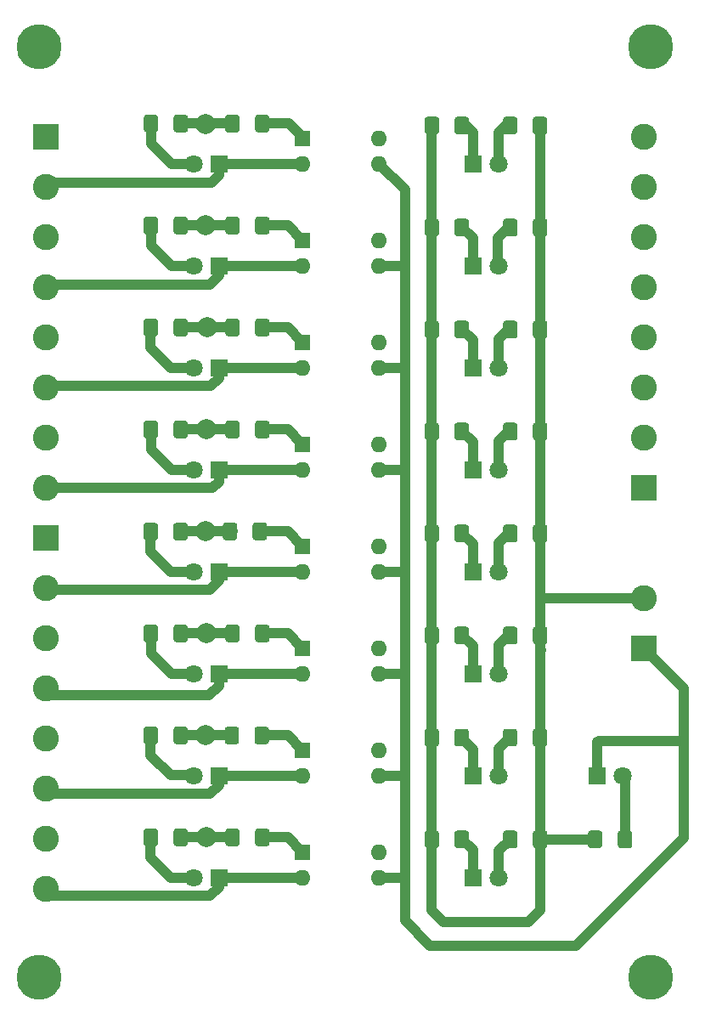
<source format=gbr>
%TF.GenerationSoftware,KiCad,Pcbnew,(5.1.7)-1*%
%TF.CreationDate,2020-10-26T19:11:08+02:00*%
%TF.ProjectId,Opto-Board,4f70746f-2d42-46f6-9172-642e6b696361,rev?*%
%TF.SameCoordinates,Original*%
%TF.FileFunction,Copper,L1,Top*%
%TF.FilePolarity,Positive*%
%FSLAX46Y46*%
G04 Gerber Fmt 4.6, Leading zero omitted, Abs format (unit mm)*
G04 Created by KiCad (PCBNEW (5.1.7)-1) date 2020-10-26 19:11:08*
%MOMM*%
%LPD*%
G01*
G04 APERTURE LIST*
%TA.AperFunction,ComponentPad*%
%ADD10C,1.800000*%
%TD*%
%TA.AperFunction,ComponentPad*%
%ADD11R,1.800000X1.800000*%
%TD*%
%TA.AperFunction,ComponentPad*%
%ADD12O,1.600000X1.600000*%
%TD*%
%TA.AperFunction,ComponentPad*%
%ADD13R,1.600000X1.600000*%
%TD*%
%TA.AperFunction,ComponentPad*%
%ADD14R,2.600000X2.600000*%
%TD*%
%TA.AperFunction,ComponentPad*%
%ADD15C,2.600000*%
%TD*%
%TA.AperFunction,ViaPad*%
%ADD16C,4.500000*%
%TD*%
%TA.AperFunction,ViaPad*%
%ADD17C,2.000000*%
%TD*%
%TA.AperFunction,Conductor*%
%ADD18C,1.000000*%
%TD*%
G04 APERTURE END LIST*
D10*
%TO.P,D1,2*%
%TO.N,Net-(D1-Pad2)*%
X115316000Y-138684000D03*
D11*
%TO.P,D1,1*%
%TO.N,GND2*%
X112776000Y-138684000D03*
%TD*%
%TO.P,D2,1*%
%TO.N,IN1-*%
X75057000Y-148844000D03*
D10*
%TO.P,D2,2*%
%TO.N,Net-(D2-Pad2)*%
X72517000Y-148844000D03*
%TD*%
%TO.P,D3,2*%
%TO.N,Net-(D3-Pad2)*%
X72517000Y-108204000D03*
D11*
%TO.P,D3,1*%
%TO.N,IN5-*%
X75057000Y-108204000D03*
%TD*%
%TO.P,D4,1*%
%TO.N,OUT1*%
X100393500Y-148844000D03*
D10*
%TO.P,D4,2*%
%TO.N,Net-(D4-Pad2)*%
X102933500Y-148844000D03*
%TD*%
D11*
%TO.P,D5,1*%
%TO.N,OUT5*%
X100393500Y-108204000D03*
D10*
%TO.P,D5,2*%
%TO.N,Net-(D5-Pad2)*%
X102933500Y-108204000D03*
%TD*%
%TO.P,D6,2*%
%TO.N,Net-(D6-Pad2)*%
X72517000Y-138684000D03*
D11*
%TO.P,D6,1*%
%TO.N,IN2-*%
X75057000Y-138684000D03*
%TD*%
%TO.P,D7,1*%
%TO.N,IN6-*%
X75057000Y-98044000D03*
D10*
%TO.P,D7,2*%
%TO.N,Net-(D7-Pad2)*%
X72517000Y-98044000D03*
%TD*%
%TO.P,D8,2*%
%TO.N,Net-(D8-Pad2)*%
X102933500Y-138684000D03*
D11*
%TO.P,D8,1*%
%TO.N,OUT2*%
X100393500Y-138684000D03*
%TD*%
%TO.P,D9,1*%
%TO.N,OUT6*%
X100393500Y-98044000D03*
D10*
%TO.P,D9,2*%
%TO.N,Net-(D9-Pad2)*%
X102933500Y-98044000D03*
%TD*%
D11*
%TO.P,D10,1*%
%TO.N,IN3-*%
X75057000Y-128524000D03*
D10*
%TO.P,D10,2*%
%TO.N,Net-(D10-Pad2)*%
X72517000Y-128524000D03*
%TD*%
D11*
%TO.P,D11,1*%
%TO.N,IN7-*%
X75057000Y-87884000D03*
D10*
%TO.P,D11,2*%
%TO.N,Net-(D11-Pad2)*%
X72517000Y-87884000D03*
%TD*%
%TO.P,D12,2*%
%TO.N,Net-(D12-Pad2)*%
X102933500Y-128524000D03*
D11*
%TO.P,D12,1*%
%TO.N,OUT3*%
X100393500Y-128524000D03*
%TD*%
%TO.P,D13,1*%
%TO.N,OUT7*%
X100393500Y-87884000D03*
D10*
%TO.P,D13,2*%
%TO.N,Net-(D13-Pad2)*%
X102933500Y-87884000D03*
%TD*%
D11*
%TO.P,D14,1*%
%TO.N,IN4-*%
X75057000Y-118364000D03*
D10*
%TO.P,D14,2*%
%TO.N,Net-(D14-Pad2)*%
X72517000Y-118364000D03*
%TD*%
%TO.P,D15,2*%
%TO.N,Net-(D15-Pad2)*%
X72517000Y-77724000D03*
D11*
%TO.P,D15,1*%
%TO.N,IN8-*%
X75057000Y-77724000D03*
%TD*%
D10*
%TO.P,D16,2*%
%TO.N,Net-(D16-Pad2)*%
X102933500Y-118364000D03*
D11*
%TO.P,D16,1*%
%TO.N,OUT4*%
X100393500Y-118364000D03*
%TD*%
D10*
%TO.P,D17,2*%
%TO.N,Net-(D17-Pad2)*%
X102933500Y-77724000D03*
D11*
%TO.P,D17,1*%
%TO.N,OUT8*%
X100393500Y-77724000D03*
%TD*%
%TO.P,R1,1*%
%TO.N,Net-(D1-Pad2)*%
%TA.AperFunction,SMDPad,CuDef*%
G36*
G01*
X116234900Y-144409000D02*
X116234900Y-145659000D01*
G75*
G02*
X115984900Y-145909000I-250000J0D01*
G01*
X115059900Y-145909000D01*
G75*
G02*
X114809900Y-145659000I0J250000D01*
G01*
X114809900Y-144409000D01*
G75*
G02*
X115059900Y-144159000I250000J0D01*
G01*
X115984900Y-144159000D01*
G75*
G02*
X116234900Y-144409000I0J-250000D01*
G01*
G37*
%TD.AperFunction*%
%TO.P,R1,2*%
%TO.N,VCC*%
%TA.AperFunction,SMDPad,CuDef*%
G36*
G01*
X113259900Y-144409000D02*
X113259900Y-145659000D01*
G75*
G02*
X113009900Y-145909000I-250000J0D01*
G01*
X112084900Y-145909000D01*
G75*
G02*
X111834900Y-145659000I0J250000D01*
G01*
X111834900Y-144409000D01*
G75*
G02*
X112084900Y-144159000I250000J0D01*
G01*
X113009900Y-144159000D01*
G75*
G02*
X113259900Y-144409000I0J-250000D01*
G01*
G37*
%TD.AperFunction*%
%TD*%
%TO.P,R2,2*%
%TO.N,IN1+*%
%TA.AperFunction,SMDPad,CuDef*%
G36*
G01*
X70525000Y-145468500D02*
X70525000Y-144218500D01*
G75*
G02*
X70775000Y-143968500I250000J0D01*
G01*
X71700000Y-143968500D01*
G75*
G02*
X71950000Y-144218500I0J-250000D01*
G01*
X71950000Y-145468500D01*
G75*
G02*
X71700000Y-145718500I-250000J0D01*
G01*
X70775000Y-145718500D01*
G75*
G02*
X70525000Y-145468500I0J250000D01*
G01*
G37*
%TD.AperFunction*%
%TO.P,R2,1*%
%TO.N,Net-(D2-Pad2)*%
%TA.AperFunction,SMDPad,CuDef*%
G36*
G01*
X67550000Y-145468500D02*
X67550000Y-144218500D01*
G75*
G02*
X67800000Y-143968500I250000J0D01*
G01*
X68725000Y-143968500D01*
G75*
G02*
X68975000Y-144218500I0J-250000D01*
G01*
X68975000Y-145468500D01*
G75*
G02*
X68725000Y-145718500I-250000J0D01*
G01*
X67800000Y-145718500D01*
G75*
G02*
X67550000Y-145468500I0J250000D01*
G01*
G37*
%TD.AperFunction*%
%TD*%
%TO.P,R3,2*%
%TO.N,IN5+*%
%TA.AperFunction,SMDPad,CuDef*%
G36*
G01*
X70525000Y-104828500D02*
X70525000Y-103578500D01*
G75*
G02*
X70775000Y-103328500I250000J0D01*
G01*
X71700000Y-103328500D01*
G75*
G02*
X71950000Y-103578500I0J-250000D01*
G01*
X71950000Y-104828500D01*
G75*
G02*
X71700000Y-105078500I-250000J0D01*
G01*
X70775000Y-105078500D01*
G75*
G02*
X70525000Y-104828500I0J250000D01*
G01*
G37*
%TD.AperFunction*%
%TO.P,R3,1*%
%TO.N,Net-(D3-Pad2)*%
%TA.AperFunction,SMDPad,CuDef*%
G36*
G01*
X67550000Y-104828500D02*
X67550000Y-103578500D01*
G75*
G02*
X67800000Y-103328500I250000J0D01*
G01*
X68725000Y-103328500D01*
G75*
G02*
X68975000Y-103578500I0J-250000D01*
G01*
X68975000Y-104828500D01*
G75*
G02*
X68725000Y-105078500I-250000J0D01*
G01*
X67800000Y-105078500D01*
G75*
G02*
X67550000Y-104828500I0J250000D01*
G01*
G37*
%TD.AperFunction*%
%TD*%
%TO.P,R4,2*%
%TO.N,IN1+*%
%TA.AperFunction,SMDPad,CuDef*%
G36*
G01*
X77112500Y-144218500D02*
X77112500Y-145468500D01*
G75*
G02*
X76862500Y-145718500I-250000J0D01*
G01*
X75937500Y-145718500D01*
G75*
G02*
X75687500Y-145468500I0J250000D01*
G01*
X75687500Y-144218500D01*
G75*
G02*
X75937500Y-143968500I250000J0D01*
G01*
X76862500Y-143968500D01*
G75*
G02*
X77112500Y-144218500I0J-250000D01*
G01*
G37*
%TD.AperFunction*%
%TO.P,R4,1*%
%TO.N,Net-(R4-Pad1)*%
%TA.AperFunction,SMDPad,CuDef*%
G36*
G01*
X80087500Y-144218500D02*
X80087500Y-145468500D01*
G75*
G02*
X79837500Y-145718500I-250000J0D01*
G01*
X78912500Y-145718500D01*
G75*
G02*
X78662500Y-145468500I0J250000D01*
G01*
X78662500Y-144218500D01*
G75*
G02*
X78912500Y-143968500I250000J0D01*
G01*
X79837500Y-143968500D01*
G75*
G02*
X80087500Y-144218500I0J-250000D01*
G01*
G37*
%TD.AperFunction*%
%TD*%
%TO.P,R5,1*%
%TO.N,Net-(R5-Pad1)*%
%TA.AperFunction,SMDPad,CuDef*%
G36*
G01*
X80087500Y-103578500D02*
X80087500Y-104828500D01*
G75*
G02*
X79837500Y-105078500I-250000J0D01*
G01*
X78912500Y-105078500D01*
G75*
G02*
X78662500Y-104828500I0J250000D01*
G01*
X78662500Y-103578500D01*
G75*
G02*
X78912500Y-103328500I250000J0D01*
G01*
X79837500Y-103328500D01*
G75*
G02*
X80087500Y-103578500I0J-250000D01*
G01*
G37*
%TD.AperFunction*%
%TO.P,R5,2*%
%TO.N,IN5+*%
%TA.AperFunction,SMDPad,CuDef*%
G36*
G01*
X77112500Y-103578500D02*
X77112500Y-104828500D01*
G75*
G02*
X76862500Y-105078500I-250000J0D01*
G01*
X75937500Y-105078500D01*
G75*
G02*
X75687500Y-104828500I0J250000D01*
G01*
X75687500Y-103578500D01*
G75*
G02*
X75937500Y-103328500I250000J0D01*
G01*
X76862500Y-103328500D01*
G75*
G02*
X77112500Y-103578500I0J-250000D01*
G01*
G37*
%TD.AperFunction*%
%TD*%
%TO.P,R6,2*%
%TO.N,VCC*%
%TA.AperFunction,SMDPad,CuDef*%
G36*
G01*
X96978500Y-144409000D02*
X96978500Y-145659000D01*
G75*
G02*
X96728500Y-145909000I-250000J0D01*
G01*
X95803500Y-145909000D01*
G75*
G02*
X95553500Y-145659000I0J250000D01*
G01*
X95553500Y-144409000D01*
G75*
G02*
X95803500Y-144159000I250000J0D01*
G01*
X96728500Y-144159000D01*
G75*
G02*
X96978500Y-144409000I0J-250000D01*
G01*
G37*
%TD.AperFunction*%
%TO.P,R6,1*%
%TO.N,OUT1*%
%TA.AperFunction,SMDPad,CuDef*%
G36*
G01*
X99953500Y-144409000D02*
X99953500Y-145659000D01*
G75*
G02*
X99703500Y-145909000I-250000J0D01*
G01*
X98778500Y-145909000D01*
G75*
G02*
X98528500Y-145659000I0J250000D01*
G01*
X98528500Y-144409000D01*
G75*
G02*
X98778500Y-144159000I250000J0D01*
G01*
X99703500Y-144159000D01*
G75*
G02*
X99953500Y-144409000I0J-250000D01*
G01*
G37*
%TD.AperFunction*%
%TD*%
%TO.P,R7,1*%
%TO.N,OUT5*%
%TA.AperFunction,SMDPad,CuDef*%
G36*
G01*
X99953500Y-103769000D02*
X99953500Y-105019000D01*
G75*
G02*
X99703500Y-105269000I-250000J0D01*
G01*
X98778500Y-105269000D01*
G75*
G02*
X98528500Y-105019000I0J250000D01*
G01*
X98528500Y-103769000D01*
G75*
G02*
X98778500Y-103519000I250000J0D01*
G01*
X99703500Y-103519000D01*
G75*
G02*
X99953500Y-103769000I0J-250000D01*
G01*
G37*
%TD.AperFunction*%
%TO.P,R7,2*%
%TO.N,VCC*%
%TA.AperFunction,SMDPad,CuDef*%
G36*
G01*
X96978500Y-103769000D02*
X96978500Y-105019000D01*
G75*
G02*
X96728500Y-105269000I-250000J0D01*
G01*
X95803500Y-105269000D01*
G75*
G02*
X95553500Y-105019000I0J250000D01*
G01*
X95553500Y-103769000D01*
G75*
G02*
X95803500Y-103519000I250000J0D01*
G01*
X96728500Y-103519000D01*
G75*
G02*
X96978500Y-103769000I0J-250000D01*
G01*
G37*
%TD.AperFunction*%
%TD*%
%TO.P,R8,2*%
%TO.N,VCC*%
%TA.AperFunction,SMDPad,CuDef*%
G36*
G01*
X106348500Y-145659000D02*
X106348500Y-144409000D01*
G75*
G02*
X106598500Y-144159000I250000J0D01*
G01*
X107523500Y-144159000D01*
G75*
G02*
X107773500Y-144409000I0J-250000D01*
G01*
X107773500Y-145659000D01*
G75*
G02*
X107523500Y-145909000I-250000J0D01*
G01*
X106598500Y-145909000D01*
G75*
G02*
X106348500Y-145659000I0J250000D01*
G01*
G37*
%TD.AperFunction*%
%TO.P,R8,1*%
%TO.N,Net-(D4-Pad2)*%
%TA.AperFunction,SMDPad,CuDef*%
G36*
G01*
X103373500Y-145659000D02*
X103373500Y-144409000D01*
G75*
G02*
X103623500Y-144159000I250000J0D01*
G01*
X104548500Y-144159000D01*
G75*
G02*
X104798500Y-144409000I0J-250000D01*
G01*
X104798500Y-145659000D01*
G75*
G02*
X104548500Y-145909000I-250000J0D01*
G01*
X103623500Y-145909000D01*
G75*
G02*
X103373500Y-145659000I0J250000D01*
G01*
G37*
%TD.AperFunction*%
%TD*%
%TO.P,R9,2*%
%TO.N,VCC*%
%TA.AperFunction,SMDPad,CuDef*%
G36*
G01*
X106348500Y-105019000D02*
X106348500Y-103769000D01*
G75*
G02*
X106598500Y-103519000I250000J0D01*
G01*
X107523500Y-103519000D01*
G75*
G02*
X107773500Y-103769000I0J-250000D01*
G01*
X107773500Y-105019000D01*
G75*
G02*
X107523500Y-105269000I-250000J0D01*
G01*
X106598500Y-105269000D01*
G75*
G02*
X106348500Y-105019000I0J250000D01*
G01*
G37*
%TD.AperFunction*%
%TO.P,R9,1*%
%TO.N,Net-(D5-Pad2)*%
%TA.AperFunction,SMDPad,CuDef*%
G36*
G01*
X103373500Y-105019000D02*
X103373500Y-103769000D01*
G75*
G02*
X103623500Y-103519000I250000J0D01*
G01*
X104548500Y-103519000D01*
G75*
G02*
X104798500Y-103769000I0J-250000D01*
G01*
X104798500Y-105019000D01*
G75*
G02*
X104548500Y-105269000I-250000J0D01*
G01*
X103623500Y-105269000D01*
G75*
G02*
X103373500Y-105019000I0J250000D01*
G01*
G37*
%TD.AperFunction*%
%TD*%
%TO.P,R10,1*%
%TO.N,Net-(D6-Pad2)*%
%TA.AperFunction,SMDPad,CuDef*%
G36*
G01*
X67550000Y-135308500D02*
X67550000Y-134058500D01*
G75*
G02*
X67800000Y-133808500I250000J0D01*
G01*
X68725000Y-133808500D01*
G75*
G02*
X68975000Y-134058500I0J-250000D01*
G01*
X68975000Y-135308500D01*
G75*
G02*
X68725000Y-135558500I-250000J0D01*
G01*
X67800000Y-135558500D01*
G75*
G02*
X67550000Y-135308500I0J250000D01*
G01*
G37*
%TD.AperFunction*%
%TO.P,R10,2*%
%TO.N,IN2+*%
%TA.AperFunction,SMDPad,CuDef*%
G36*
G01*
X70525000Y-135308500D02*
X70525000Y-134058500D01*
G75*
G02*
X70775000Y-133808500I250000J0D01*
G01*
X71700000Y-133808500D01*
G75*
G02*
X71950000Y-134058500I0J-250000D01*
G01*
X71950000Y-135308500D01*
G75*
G02*
X71700000Y-135558500I-250000J0D01*
G01*
X70775000Y-135558500D01*
G75*
G02*
X70525000Y-135308500I0J250000D01*
G01*
G37*
%TD.AperFunction*%
%TD*%
%TO.P,R11,2*%
%TO.N,IN6+*%
%TA.AperFunction,SMDPad,CuDef*%
G36*
G01*
X70525000Y-94668500D02*
X70525000Y-93418500D01*
G75*
G02*
X70775000Y-93168500I250000J0D01*
G01*
X71700000Y-93168500D01*
G75*
G02*
X71950000Y-93418500I0J-250000D01*
G01*
X71950000Y-94668500D01*
G75*
G02*
X71700000Y-94918500I-250000J0D01*
G01*
X70775000Y-94918500D01*
G75*
G02*
X70525000Y-94668500I0J250000D01*
G01*
G37*
%TD.AperFunction*%
%TO.P,R11,1*%
%TO.N,Net-(D7-Pad2)*%
%TA.AperFunction,SMDPad,CuDef*%
G36*
G01*
X67550000Y-94668500D02*
X67550000Y-93418500D01*
G75*
G02*
X67800000Y-93168500I250000J0D01*
G01*
X68725000Y-93168500D01*
G75*
G02*
X68975000Y-93418500I0J-250000D01*
G01*
X68975000Y-94668500D01*
G75*
G02*
X68725000Y-94918500I-250000J0D01*
G01*
X67800000Y-94918500D01*
G75*
G02*
X67550000Y-94668500I0J250000D01*
G01*
G37*
%TD.AperFunction*%
%TD*%
%TO.P,R12,2*%
%TO.N,IN2+*%
%TA.AperFunction,SMDPad,CuDef*%
G36*
G01*
X77049000Y-134058500D02*
X77049000Y-135308500D01*
G75*
G02*
X76799000Y-135558500I-250000J0D01*
G01*
X75874000Y-135558500D01*
G75*
G02*
X75624000Y-135308500I0J250000D01*
G01*
X75624000Y-134058500D01*
G75*
G02*
X75874000Y-133808500I250000J0D01*
G01*
X76799000Y-133808500D01*
G75*
G02*
X77049000Y-134058500I0J-250000D01*
G01*
G37*
%TD.AperFunction*%
%TO.P,R12,1*%
%TO.N,Net-(R12-Pad1)*%
%TA.AperFunction,SMDPad,CuDef*%
G36*
G01*
X80024000Y-134058500D02*
X80024000Y-135308500D01*
G75*
G02*
X79774000Y-135558500I-250000J0D01*
G01*
X78849000Y-135558500D01*
G75*
G02*
X78599000Y-135308500I0J250000D01*
G01*
X78599000Y-134058500D01*
G75*
G02*
X78849000Y-133808500I250000J0D01*
G01*
X79774000Y-133808500D01*
G75*
G02*
X80024000Y-134058500I0J-250000D01*
G01*
G37*
%TD.AperFunction*%
%TD*%
%TO.P,R13,1*%
%TO.N,Net-(R13-Pad1)*%
%TA.AperFunction,SMDPad,CuDef*%
G36*
G01*
X80087500Y-93418500D02*
X80087500Y-94668500D01*
G75*
G02*
X79837500Y-94918500I-250000J0D01*
G01*
X78912500Y-94918500D01*
G75*
G02*
X78662500Y-94668500I0J250000D01*
G01*
X78662500Y-93418500D01*
G75*
G02*
X78912500Y-93168500I250000J0D01*
G01*
X79837500Y-93168500D01*
G75*
G02*
X80087500Y-93418500I0J-250000D01*
G01*
G37*
%TD.AperFunction*%
%TO.P,R13,2*%
%TO.N,IN6+*%
%TA.AperFunction,SMDPad,CuDef*%
G36*
G01*
X77112500Y-93418500D02*
X77112500Y-94668500D01*
G75*
G02*
X76862500Y-94918500I-250000J0D01*
G01*
X75937500Y-94918500D01*
G75*
G02*
X75687500Y-94668500I0J250000D01*
G01*
X75687500Y-93418500D01*
G75*
G02*
X75937500Y-93168500I250000J0D01*
G01*
X76862500Y-93168500D01*
G75*
G02*
X77112500Y-93418500I0J-250000D01*
G01*
G37*
%TD.AperFunction*%
%TD*%
%TO.P,R14,1*%
%TO.N,OUT2*%
%TA.AperFunction,SMDPad,CuDef*%
G36*
G01*
X99950300Y-134274400D02*
X99950300Y-135524400D01*
G75*
G02*
X99700300Y-135774400I-250000J0D01*
G01*
X98775300Y-135774400D01*
G75*
G02*
X98525300Y-135524400I0J250000D01*
G01*
X98525300Y-134274400D01*
G75*
G02*
X98775300Y-134024400I250000J0D01*
G01*
X99700300Y-134024400D01*
G75*
G02*
X99950300Y-134274400I0J-250000D01*
G01*
G37*
%TD.AperFunction*%
%TO.P,R14,2*%
%TO.N,VCC*%
%TA.AperFunction,SMDPad,CuDef*%
G36*
G01*
X96975300Y-134274400D02*
X96975300Y-135524400D01*
G75*
G02*
X96725300Y-135774400I-250000J0D01*
G01*
X95800300Y-135774400D01*
G75*
G02*
X95550300Y-135524400I0J250000D01*
G01*
X95550300Y-134274400D01*
G75*
G02*
X95800300Y-134024400I250000J0D01*
G01*
X96725300Y-134024400D01*
G75*
G02*
X96975300Y-134274400I0J-250000D01*
G01*
G37*
%TD.AperFunction*%
%TD*%
%TO.P,R15,1*%
%TO.N,OUT6*%
%TA.AperFunction,SMDPad,CuDef*%
G36*
G01*
X99953500Y-93609000D02*
X99953500Y-94859000D01*
G75*
G02*
X99703500Y-95109000I-250000J0D01*
G01*
X98778500Y-95109000D01*
G75*
G02*
X98528500Y-94859000I0J250000D01*
G01*
X98528500Y-93609000D01*
G75*
G02*
X98778500Y-93359000I250000J0D01*
G01*
X99703500Y-93359000D01*
G75*
G02*
X99953500Y-93609000I0J-250000D01*
G01*
G37*
%TD.AperFunction*%
%TO.P,R15,2*%
%TO.N,VCC*%
%TA.AperFunction,SMDPad,CuDef*%
G36*
G01*
X96978500Y-93609000D02*
X96978500Y-94859000D01*
G75*
G02*
X96728500Y-95109000I-250000J0D01*
G01*
X95803500Y-95109000D01*
G75*
G02*
X95553500Y-94859000I0J250000D01*
G01*
X95553500Y-93609000D01*
G75*
G02*
X95803500Y-93359000I250000J0D01*
G01*
X96728500Y-93359000D01*
G75*
G02*
X96978500Y-93609000I0J-250000D01*
G01*
G37*
%TD.AperFunction*%
%TD*%
%TO.P,R16,2*%
%TO.N,VCC*%
%TA.AperFunction,SMDPad,CuDef*%
G36*
G01*
X106326300Y-135524400D02*
X106326300Y-134274400D01*
G75*
G02*
X106576300Y-134024400I250000J0D01*
G01*
X107501300Y-134024400D01*
G75*
G02*
X107751300Y-134274400I0J-250000D01*
G01*
X107751300Y-135524400D01*
G75*
G02*
X107501300Y-135774400I-250000J0D01*
G01*
X106576300Y-135774400D01*
G75*
G02*
X106326300Y-135524400I0J250000D01*
G01*
G37*
%TD.AperFunction*%
%TO.P,R16,1*%
%TO.N,Net-(D8-Pad2)*%
%TA.AperFunction,SMDPad,CuDef*%
G36*
G01*
X103351300Y-135524400D02*
X103351300Y-134274400D01*
G75*
G02*
X103601300Y-134024400I250000J0D01*
G01*
X104526300Y-134024400D01*
G75*
G02*
X104776300Y-134274400I0J-250000D01*
G01*
X104776300Y-135524400D01*
G75*
G02*
X104526300Y-135774400I-250000J0D01*
G01*
X103601300Y-135774400D01*
G75*
G02*
X103351300Y-135524400I0J250000D01*
G01*
G37*
%TD.AperFunction*%
%TD*%
%TO.P,R17,1*%
%TO.N,Net-(D9-Pad2)*%
%TA.AperFunction,SMDPad,CuDef*%
G36*
G01*
X103373500Y-94859000D02*
X103373500Y-93609000D01*
G75*
G02*
X103623500Y-93359000I250000J0D01*
G01*
X104548500Y-93359000D01*
G75*
G02*
X104798500Y-93609000I0J-250000D01*
G01*
X104798500Y-94859000D01*
G75*
G02*
X104548500Y-95109000I-250000J0D01*
G01*
X103623500Y-95109000D01*
G75*
G02*
X103373500Y-94859000I0J250000D01*
G01*
G37*
%TD.AperFunction*%
%TO.P,R17,2*%
%TO.N,VCC*%
%TA.AperFunction,SMDPad,CuDef*%
G36*
G01*
X106348500Y-94859000D02*
X106348500Y-93609000D01*
G75*
G02*
X106598500Y-93359000I250000J0D01*
G01*
X107523500Y-93359000D01*
G75*
G02*
X107773500Y-93609000I0J-250000D01*
G01*
X107773500Y-94859000D01*
G75*
G02*
X107523500Y-95109000I-250000J0D01*
G01*
X106598500Y-95109000D01*
G75*
G02*
X106348500Y-94859000I0J250000D01*
G01*
G37*
%TD.AperFunction*%
%TD*%
%TO.P,R18,1*%
%TO.N,Net-(D10-Pad2)*%
%TA.AperFunction,SMDPad,CuDef*%
G36*
G01*
X67550000Y-125148500D02*
X67550000Y-123898500D01*
G75*
G02*
X67800000Y-123648500I250000J0D01*
G01*
X68725000Y-123648500D01*
G75*
G02*
X68975000Y-123898500I0J-250000D01*
G01*
X68975000Y-125148500D01*
G75*
G02*
X68725000Y-125398500I-250000J0D01*
G01*
X67800000Y-125398500D01*
G75*
G02*
X67550000Y-125148500I0J250000D01*
G01*
G37*
%TD.AperFunction*%
%TO.P,R18,2*%
%TO.N,IN3+*%
%TA.AperFunction,SMDPad,CuDef*%
G36*
G01*
X70525000Y-125148500D02*
X70525000Y-123898500D01*
G75*
G02*
X70775000Y-123648500I250000J0D01*
G01*
X71700000Y-123648500D01*
G75*
G02*
X71950000Y-123898500I0J-250000D01*
G01*
X71950000Y-125148500D01*
G75*
G02*
X71700000Y-125398500I-250000J0D01*
G01*
X70775000Y-125398500D01*
G75*
G02*
X70525000Y-125148500I0J250000D01*
G01*
G37*
%TD.AperFunction*%
%TD*%
%TO.P,R19,2*%
%TO.N,IN7+*%
%TA.AperFunction,SMDPad,CuDef*%
G36*
G01*
X70525000Y-84508500D02*
X70525000Y-83258500D01*
G75*
G02*
X70775000Y-83008500I250000J0D01*
G01*
X71700000Y-83008500D01*
G75*
G02*
X71950000Y-83258500I0J-250000D01*
G01*
X71950000Y-84508500D01*
G75*
G02*
X71700000Y-84758500I-250000J0D01*
G01*
X70775000Y-84758500D01*
G75*
G02*
X70525000Y-84508500I0J250000D01*
G01*
G37*
%TD.AperFunction*%
%TO.P,R19,1*%
%TO.N,Net-(D11-Pad2)*%
%TA.AperFunction,SMDPad,CuDef*%
G36*
G01*
X67550000Y-84508500D02*
X67550000Y-83258500D01*
G75*
G02*
X67800000Y-83008500I250000J0D01*
G01*
X68725000Y-83008500D01*
G75*
G02*
X68975000Y-83258500I0J-250000D01*
G01*
X68975000Y-84508500D01*
G75*
G02*
X68725000Y-84758500I-250000J0D01*
G01*
X67800000Y-84758500D01*
G75*
G02*
X67550000Y-84508500I0J250000D01*
G01*
G37*
%TD.AperFunction*%
%TD*%
%TO.P,R20,1*%
%TO.N,Net-(R20-Pad1)*%
%TA.AperFunction,SMDPad,CuDef*%
G36*
G01*
X80087500Y-123898500D02*
X80087500Y-125148500D01*
G75*
G02*
X79837500Y-125398500I-250000J0D01*
G01*
X78912500Y-125398500D01*
G75*
G02*
X78662500Y-125148500I0J250000D01*
G01*
X78662500Y-123898500D01*
G75*
G02*
X78912500Y-123648500I250000J0D01*
G01*
X79837500Y-123648500D01*
G75*
G02*
X80087500Y-123898500I0J-250000D01*
G01*
G37*
%TD.AperFunction*%
%TO.P,R20,2*%
%TO.N,IN3+*%
%TA.AperFunction,SMDPad,CuDef*%
G36*
G01*
X77112500Y-123898500D02*
X77112500Y-125148500D01*
G75*
G02*
X76862500Y-125398500I-250000J0D01*
G01*
X75937500Y-125398500D01*
G75*
G02*
X75687500Y-125148500I0J250000D01*
G01*
X75687500Y-123898500D01*
G75*
G02*
X75937500Y-123648500I250000J0D01*
G01*
X76862500Y-123648500D01*
G75*
G02*
X77112500Y-123898500I0J-250000D01*
G01*
G37*
%TD.AperFunction*%
%TD*%
%TO.P,R21,1*%
%TO.N,Net-(R21-Pad1)*%
%TA.AperFunction,SMDPad,CuDef*%
G36*
G01*
X80087500Y-83258500D02*
X80087500Y-84508500D01*
G75*
G02*
X79837500Y-84758500I-250000J0D01*
G01*
X78912500Y-84758500D01*
G75*
G02*
X78662500Y-84508500I0J250000D01*
G01*
X78662500Y-83258500D01*
G75*
G02*
X78912500Y-83008500I250000J0D01*
G01*
X79837500Y-83008500D01*
G75*
G02*
X80087500Y-83258500I0J-250000D01*
G01*
G37*
%TD.AperFunction*%
%TO.P,R21,2*%
%TO.N,IN7+*%
%TA.AperFunction,SMDPad,CuDef*%
G36*
G01*
X77112500Y-83258500D02*
X77112500Y-84508500D01*
G75*
G02*
X76862500Y-84758500I-250000J0D01*
G01*
X75937500Y-84758500D01*
G75*
G02*
X75687500Y-84508500I0J250000D01*
G01*
X75687500Y-83258500D01*
G75*
G02*
X75937500Y-83008500I250000J0D01*
G01*
X76862500Y-83008500D01*
G75*
G02*
X77112500Y-83258500I0J-250000D01*
G01*
G37*
%TD.AperFunction*%
%TD*%
%TO.P,R22,1*%
%TO.N,OUT3*%
%TA.AperFunction,SMDPad,CuDef*%
G36*
G01*
X99953500Y-124089000D02*
X99953500Y-125339000D01*
G75*
G02*
X99703500Y-125589000I-250000J0D01*
G01*
X98778500Y-125589000D01*
G75*
G02*
X98528500Y-125339000I0J250000D01*
G01*
X98528500Y-124089000D01*
G75*
G02*
X98778500Y-123839000I250000J0D01*
G01*
X99703500Y-123839000D01*
G75*
G02*
X99953500Y-124089000I0J-250000D01*
G01*
G37*
%TD.AperFunction*%
%TO.P,R22,2*%
%TO.N,VCC*%
%TA.AperFunction,SMDPad,CuDef*%
G36*
G01*
X96978500Y-124089000D02*
X96978500Y-125339000D01*
G75*
G02*
X96728500Y-125589000I-250000J0D01*
G01*
X95803500Y-125589000D01*
G75*
G02*
X95553500Y-125339000I0J250000D01*
G01*
X95553500Y-124089000D01*
G75*
G02*
X95803500Y-123839000I250000J0D01*
G01*
X96728500Y-123839000D01*
G75*
G02*
X96978500Y-124089000I0J-250000D01*
G01*
G37*
%TD.AperFunction*%
%TD*%
%TO.P,R23,1*%
%TO.N,OUT7*%
%TA.AperFunction,SMDPad,CuDef*%
G36*
G01*
X99953500Y-83449000D02*
X99953500Y-84699000D01*
G75*
G02*
X99703500Y-84949000I-250000J0D01*
G01*
X98778500Y-84949000D01*
G75*
G02*
X98528500Y-84699000I0J250000D01*
G01*
X98528500Y-83449000D01*
G75*
G02*
X98778500Y-83199000I250000J0D01*
G01*
X99703500Y-83199000D01*
G75*
G02*
X99953500Y-83449000I0J-250000D01*
G01*
G37*
%TD.AperFunction*%
%TO.P,R23,2*%
%TO.N,VCC*%
%TA.AperFunction,SMDPad,CuDef*%
G36*
G01*
X96978500Y-83449000D02*
X96978500Y-84699000D01*
G75*
G02*
X96728500Y-84949000I-250000J0D01*
G01*
X95803500Y-84949000D01*
G75*
G02*
X95553500Y-84699000I0J250000D01*
G01*
X95553500Y-83449000D01*
G75*
G02*
X95803500Y-83199000I250000J0D01*
G01*
X96728500Y-83199000D01*
G75*
G02*
X96978500Y-83449000I0J-250000D01*
G01*
G37*
%TD.AperFunction*%
%TD*%
%TO.P,R24,2*%
%TO.N,VCC*%
%TA.AperFunction,SMDPad,CuDef*%
G36*
G01*
X106348500Y-125339000D02*
X106348500Y-124089000D01*
G75*
G02*
X106598500Y-123839000I250000J0D01*
G01*
X107523500Y-123839000D01*
G75*
G02*
X107773500Y-124089000I0J-250000D01*
G01*
X107773500Y-125339000D01*
G75*
G02*
X107523500Y-125589000I-250000J0D01*
G01*
X106598500Y-125589000D01*
G75*
G02*
X106348500Y-125339000I0J250000D01*
G01*
G37*
%TD.AperFunction*%
%TO.P,R24,1*%
%TO.N,Net-(D12-Pad2)*%
%TA.AperFunction,SMDPad,CuDef*%
G36*
G01*
X103373500Y-125339000D02*
X103373500Y-124089000D01*
G75*
G02*
X103623500Y-123839000I250000J0D01*
G01*
X104548500Y-123839000D01*
G75*
G02*
X104798500Y-124089000I0J-250000D01*
G01*
X104798500Y-125339000D01*
G75*
G02*
X104548500Y-125589000I-250000J0D01*
G01*
X103623500Y-125589000D01*
G75*
G02*
X103373500Y-125339000I0J250000D01*
G01*
G37*
%TD.AperFunction*%
%TD*%
%TO.P,R25,2*%
%TO.N,VCC*%
%TA.AperFunction,SMDPad,CuDef*%
G36*
G01*
X106348500Y-84699000D02*
X106348500Y-83449000D01*
G75*
G02*
X106598500Y-83199000I250000J0D01*
G01*
X107523500Y-83199000D01*
G75*
G02*
X107773500Y-83449000I0J-250000D01*
G01*
X107773500Y-84699000D01*
G75*
G02*
X107523500Y-84949000I-250000J0D01*
G01*
X106598500Y-84949000D01*
G75*
G02*
X106348500Y-84699000I0J250000D01*
G01*
G37*
%TD.AperFunction*%
%TO.P,R25,1*%
%TO.N,Net-(D13-Pad2)*%
%TA.AperFunction,SMDPad,CuDef*%
G36*
G01*
X103373500Y-84699000D02*
X103373500Y-83449000D01*
G75*
G02*
X103623500Y-83199000I250000J0D01*
G01*
X104548500Y-83199000D01*
G75*
G02*
X104798500Y-83449000I0J-250000D01*
G01*
X104798500Y-84699000D01*
G75*
G02*
X104548500Y-84949000I-250000J0D01*
G01*
X103623500Y-84949000D01*
G75*
G02*
X103373500Y-84699000I0J250000D01*
G01*
G37*
%TD.AperFunction*%
%TD*%
%TO.P,R26,2*%
%TO.N,IN4+*%
%TA.AperFunction,SMDPad,CuDef*%
G36*
G01*
X70509100Y-115001200D02*
X70509100Y-113751200D01*
G75*
G02*
X70759100Y-113501200I250000J0D01*
G01*
X71684100Y-113501200D01*
G75*
G02*
X71934100Y-113751200I0J-250000D01*
G01*
X71934100Y-115001200D01*
G75*
G02*
X71684100Y-115251200I-250000J0D01*
G01*
X70759100Y-115251200D01*
G75*
G02*
X70509100Y-115001200I0J250000D01*
G01*
G37*
%TD.AperFunction*%
%TO.P,R26,1*%
%TO.N,Net-(D14-Pad2)*%
%TA.AperFunction,SMDPad,CuDef*%
G36*
G01*
X67534100Y-115001200D02*
X67534100Y-113751200D01*
G75*
G02*
X67784100Y-113501200I250000J0D01*
G01*
X68709100Y-113501200D01*
G75*
G02*
X68959100Y-113751200I0J-250000D01*
G01*
X68959100Y-115001200D01*
G75*
G02*
X68709100Y-115251200I-250000J0D01*
G01*
X67784100Y-115251200D01*
G75*
G02*
X67534100Y-115001200I0J250000D01*
G01*
G37*
%TD.AperFunction*%
%TD*%
%TO.P,R27,2*%
%TO.N,IN8+*%
%TA.AperFunction,SMDPad,CuDef*%
G36*
G01*
X70534500Y-74348500D02*
X70534500Y-73098500D01*
G75*
G02*
X70784500Y-72848500I250000J0D01*
G01*
X71709500Y-72848500D01*
G75*
G02*
X71959500Y-73098500I0J-250000D01*
G01*
X71959500Y-74348500D01*
G75*
G02*
X71709500Y-74598500I-250000J0D01*
G01*
X70784500Y-74598500D01*
G75*
G02*
X70534500Y-74348500I0J250000D01*
G01*
G37*
%TD.AperFunction*%
%TO.P,R27,1*%
%TO.N,Net-(D15-Pad2)*%
%TA.AperFunction,SMDPad,CuDef*%
G36*
G01*
X67559500Y-74348500D02*
X67559500Y-73098500D01*
G75*
G02*
X67809500Y-72848500I250000J0D01*
G01*
X68734500Y-72848500D01*
G75*
G02*
X68984500Y-73098500I0J-250000D01*
G01*
X68984500Y-74348500D01*
G75*
G02*
X68734500Y-74598500I-250000J0D01*
G01*
X67809500Y-74598500D01*
G75*
G02*
X67559500Y-74348500I0J250000D01*
G01*
G37*
%TD.AperFunction*%
%TD*%
%TO.P,R28,1*%
%TO.N,Net-(R28-Pad1)*%
%TA.AperFunction,SMDPad,CuDef*%
G36*
G01*
X79836700Y-113725800D02*
X79836700Y-114975800D01*
G75*
G02*
X79586700Y-115225800I-250000J0D01*
G01*
X78661700Y-115225800D01*
G75*
G02*
X78411700Y-114975800I0J250000D01*
G01*
X78411700Y-113725800D01*
G75*
G02*
X78661700Y-113475800I250000J0D01*
G01*
X79586700Y-113475800D01*
G75*
G02*
X79836700Y-113725800I0J-250000D01*
G01*
G37*
%TD.AperFunction*%
%TO.P,R28,2*%
%TO.N,IN4+*%
%TA.AperFunction,SMDPad,CuDef*%
G36*
G01*
X76861700Y-113725800D02*
X76861700Y-114975800D01*
G75*
G02*
X76611700Y-115225800I-250000J0D01*
G01*
X75686700Y-115225800D01*
G75*
G02*
X75436700Y-114975800I0J250000D01*
G01*
X75436700Y-113725800D01*
G75*
G02*
X75686700Y-113475800I250000J0D01*
G01*
X76611700Y-113475800D01*
G75*
G02*
X76861700Y-113725800I0J-250000D01*
G01*
G37*
%TD.AperFunction*%
%TD*%
%TO.P,R29,1*%
%TO.N,Net-(R29-Pad1)*%
%TA.AperFunction,SMDPad,CuDef*%
G36*
G01*
X80078000Y-73098500D02*
X80078000Y-74348500D01*
G75*
G02*
X79828000Y-74598500I-250000J0D01*
G01*
X78903000Y-74598500D01*
G75*
G02*
X78653000Y-74348500I0J250000D01*
G01*
X78653000Y-73098500D01*
G75*
G02*
X78903000Y-72848500I250000J0D01*
G01*
X79828000Y-72848500D01*
G75*
G02*
X80078000Y-73098500I0J-250000D01*
G01*
G37*
%TD.AperFunction*%
%TO.P,R29,2*%
%TO.N,IN8+*%
%TA.AperFunction,SMDPad,CuDef*%
G36*
G01*
X77103000Y-73098500D02*
X77103000Y-74348500D01*
G75*
G02*
X76853000Y-74598500I-250000J0D01*
G01*
X75928000Y-74598500D01*
G75*
G02*
X75678000Y-74348500I0J250000D01*
G01*
X75678000Y-73098500D01*
G75*
G02*
X75928000Y-72848500I250000J0D01*
G01*
X76853000Y-72848500D01*
G75*
G02*
X77103000Y-73098500I0J-250000D01*
G01*
G37*
%TD.AperFunction*%
%TD*%
%TO.P,R30,1*%
%TO.N,OUT4*%
%TA.AperFunction,SMDPad,CuDef*%
G36*
G01*
X99953500Y-113929000D02*
X99953500Y-115179000D01*
G75*
G02*
X99703500Y-115429000I-250000J0D01*
G01*
X98778500Y-115429000D01*
G75*
G02*
X98528500Y-115179000I0J250000D01*
G01*
X98528500Y-113929000D01*
G75*
G02*
X98778500Y-113679000I250000J0D01*
G01*
X99703500Y-113679000D01*
G75*
G02*
X99953500Y-113929000I0J-250000D01*
G01*
G37*
%TD.AperFunction*%
%TO.P,R30,2*%
%TO.N,VCC*%
%TA.AperFunction,SMDPad,CuDef*%
G36*
G01*
X96978500Y-113929000D02*
X96978500Y-115179000D01*
G75*
G02*
X96728500Y-115429000I-250000J0D01*
G01*
X95803500Y-115429000D01*
G75*
G02*
X95553500Y-115179000I0J250000D01*
G01*
X95553500Y-113929000D01*
G75*
G02*
X95803500Y-113679000I250000J0D01*
G01*
X96728500Y-113679000D01*
G75*
G02*
X96978500Y-113929000I0J-250000D01*
G01*
G37*
%TD.AperFunction*%
%TD*%
%TO.P,R31,1*%
%TO.N,OUT8*%
%TA.AperFunction,SMDPad,CuDef*%
G36*
G01*
X99963000Y-73289000D02*
X99963000Y-74539000D01*
G75*
G02*
X99713000Y-74789000I-250000J0D01*
G01*
X98788000Y-74789000D01*
G75*
G02*
X98538000Y-74539000I0J250000D01*
G01*
X98538000Y-73289000D01*
G75*
G02*
X98788000Y-73039000I250000J0D01*
G01*
X99713000Y-73039000D01*
G75*
G02*
X99963000Y-73289000I0J-250000D01*
G01*
G37*
%TD.AperFunction*%
%TO.P,R31,2*%
%TO.N,VCC*%
%TA.AperFunction,SMDPad,CuDef*%
G36*
G01*
X96988000Y-73289000D02*
X96988000Y-74539000D01*
G75*
G02*
X96738000Y-74789000I-250000J0D01*
G01*
X95813000Y-74789000D01*
G75*
G02*
X95563000Y-74539000I0J250000D01*
G01*
X95563000Y-73289000D01*
G75*
G02*
X95813000Y-73039000I250000J0D01*
G01*
X96738000Y-73039000D01*
G75*
G02*
X96988000Y-73289000I0J-250000D01*
G01*
G37*
%TD.AperFunction*%
%TD*%
%TO.P,R32,2*%
%TO.N,VCC*%
%TA.AperFunction,SMDPad,CuDef*%
G36*
G01*
X106348500Y-115179000D02*
X106348500Y-113929000D01*
G75*
G02*
X106598500Y-113679000I250000J0D01*
G01*
X107523500Y-113679000D01*
G75*
G02*
X107773500Y-113929000I0J-250000D01*
G01*
X107773500Y-115179000D01*
G75*
G02*
X107523500Y-115429000I-250000J0D01*
G01*
X106598500Y-115429000D01*
G75*
G02*
X106348500Y-115179000I0J250000D01*
G01*
G37*
%TD.AperFunction*%
%TO.P,R32,1*%
%TO.N,Net-(D16-Pad2)*%
%TA.AperFunction,SMDPad,CuDef*%
G36*
G01*
X103373500Y-115179000D02*
X103373500Y-113929000D01*
G75*
G02*
X103623500Y-113679000I250000J0D01*
G01*
X104548500Y-113679000D01*
G75*
G02*
X104798500Y-113929000I0J-250000D01*
G01*
X104798500Y-115179000D01*
G75*
G02*
X104548500Y-115429000I-250000J0D01*
G01*
X103623500Y-115429000D01*
G75*
G02*
X103373500Y-115179000I0J250000D01*
G01*
G37*
%TD.AperFunction*%
%TD*%
%TO.P,R33,2*%
%TO.N,VCC*%
%TA.AperFunction,SMDPad,CuDef*%
G36*
G01*
X106339000Y-74539000D02*
X106339000Y-73289000D01*
G75*
G02*
X106589000Y-73039000I250000J0D01*
G01*
X107514000Y-73039000D01*
G75*
G02*
X107764000Y-73289000I0J-250000D01*
G01*
X107764000Y-74539000D01*
G75*
G02*
X107514000Y-74789000I-250000J0D01*
G01*
X106589000Y-74789000D01*
G75*
G02*
X106339000Y-74539000I0J250000D01*
G01*
G37*
%TD.AperFunction*%
%TO.P,R33,1*%
%TO.N,Net-(D17-Pad2)*%
%TA.AperFunction,SMDPad,CuDef*%
G36*
G01*
X103364000Y-74539000D02*
X103364000Y-73289000D01*
G75*
G02*
X103614000Y-73039000I250000J0D01*
G01*
X104539000Y-73039000D01*
G75*
G02*
X104789000Y-73289000I0J-250000D01*
G01*
X104789000Y-74539000D01*
G75*
G02*
X104539000Y-74789000I-250000J0D01*
G01*
X103614000Y-74789000D01*
G75*
G02*
X103364000Y-74539000I0J250000D01*
G01*
G37*
%TD.AperFunction*%
%TD*%
D12*
%TO.P,U1,4*%
%TO.N,OUT1*%
X90995500Y-146304000D03*
%TO.P,U1,2*%
%TO.N,IN1-*%
X83375500Y-148844000D03*
%TO.P,U1,3*%
%TO.N,GND2*%
X90995500Y-148844000D03*
D13*
%TO.P,U1,1*%
%TO.N,Net-(R4-Pad1)*%
X83375500Y-146304000D03*
%TD*%
D12*
%TO.P,U2,4*%
%TO.N,OUT5*%
X90995500Y-105664000D03*
%TO.P,U2,2*%
%TO.N,IN5-*%
X83375500Y-108204000D03*
%TO.P,U2,3*%
%TO.N,GND2*%
X90995500Y-108204000D03*
D13*
%TO.P,U2,1*%
%TO.N,Net-(R5-Pad1)*%
X83375500Y-105664000D03*
%TD*%
%TO.P,U3,1*%
%TO.N,Net-(R12-Pad1)*%
X83375500Y-136144000D03*
D12*
%TO.P,U3,3*%
%TO.N,GND2*%
X90995500Y-138684000D03*
%TO.P,U3,2*%
%TO.N,IN2-*%
X83375500Y-138684000D03*
%TO.P,U3,4*%
%TO.N,OUT2*%
X90995500Y-136144000D03*
%TD*%
D13*
%TO.P,U4,1*%
%TO.N,Net-(R13-Pad1)*%
X83375500Y-95504000D03*
D12*
%TO.P,U4,3*%
%TO.N,GND2*%
X90995500Y-98044000D03*
%TO.P,U4,2*%
%TO.N,IN6-*%
X83375500Y-98044000D03*
%TO.P,U4,4*%
%TO.N,OUT6*%
X90995500Y-95504000D03*
%TD*%
%TO.P,U5,4*%
%TO.N,OUT3*%
X90995500Y-125984000D03*
%TO.P,U5,2*%
%TO.N,IN3-*%
X83375500Y-128524000D03*
%TO.P,U5,3*%
%TO.N,GND2*%
X90995500Y-128524000D03*
D13*
%TO.P,U5,1*%
%TO.N,Net-(R20-Pad1)*%
X83375500Y-125984000D03*
%TD*%
D12*
%TO.P,U6,4*%
%TO.N,OUT7*%
X90995500Y-85344000D03*
%TO.P,U6,2*%
%TO.N,IN7-*%
X83375500Y-87884000D03*
%TO.P,U6,3*%
%TO.N,GND2*%
X90995500Y-87884000D03*
D13*
%TO.P,U6,1*%
%TO.N,Net-(R21-Pad1)*%
X83375500Y-85344000D03*
%TD*%
%TO.P,U7,1*%
%TO.N,Net-(R28-Pad1)*%
X83375500Y-115824000D03*
D12*
%TO.P,U7,3*%
%TO.N,GND2*%
X90995500Y-118364000D03*
%TO.P,U7,2*%
%TO.N,IN4-*%
X83375500Y-118364000D03*
%TO.P,U7,4*%
%TO.N,OUT4*%
X90995500Y-115824000D03*
%TD*%
D13*
%TO.P,U8,1*%
%TO.N,Net-(R29-Pad1)*%
X83375500Y-75184000D03*
D12*
%TO.P,U8,3*%
%TO.N,GND2*%
X90995500Y-77724000D03*
%TO.P,U8,2*%
%TO.N,IN8-*%
X83375500Y-77724000D03*
%TO.P,U8,4*%
%TO.N,OUT8*%
X90995500Y-75184000D03*
%TD*%
D14*
%TO.P,J1,1*%
%TO.N,IN8+*%
X57785000Y-75000000D03*
D15*
%TO.P,J1,2*%
%TO.N,IN8-*%
X57785000Y-80000000D03*
%TO.P,J1,3*%
%TO.N,IN7+*%
X57785000Y-85000000D03*
%TO.P,J1,4*%
%TO.N,IN7-*%
X57785000Y-90000000D03*
%TO.P,J1,5*%
%TO.N,IN6+*%
X57785000Y-95000000D03*
%TO.P,J1,6*%
%TO.N,IN6-*%
X57785000Y-100000000D03*
%TO.P,J1,7*%
%TO.N,IN5+*%
X57785000Y-105000000D03*
%TO.P,J1,8*%
%TO.N,IN5-*%
X57785000Y-110000000D03*
%TD*%
D14*
%TO.P,J2,1*%
%TO.N,IN4+*%
X57785000Y-115000000D03*
D15*
%TO.P,J2,2*%
%TO.N,IN4-*%
X57785000Y-120000000D03*
%TO.P,J2,3*%
%TO.N,IN3+*%
X57785000Y-125000000D03*
%TO.P,J2,4*%
%TO.N,IN3-*%
X57785000Y-130000000D03*
%TO.P,J2,5*%
%TO.N,IN2+*%
X57785000Y-135000000D03*
%TO.P,J2,6*%
%TO.N,IN2-*%
X57785000Y-140000000D03*
%TO.P,J2,7*%
%TO.N,IN1+*%
X57785000Y-145000000D03*
%TO.P,J2,8*%
%TO.N,IN1-*%
X57785000Y-150000000D03*
%TD*%
D14*
%TO.P,J3,1*%
%TO.N,OUT1*%
X117411500Y-110000000D03*
D15*
%TO.P,J3,2*%
%TO.N,OUT2*%
X117411500Y-105000000D03*
%TO.P,J3,3*%
%TO.N,OUT3*%
X117411500Y-100000000D03*
%TO.P,J3,4*%
%TO.N,OUT4*%
X117411500Y-95000000D03*
%TO.P,J3,5*%
%TO.N,OUT5*%
X117411500Y-90000000D03*
%TO.P,J3,6*%
%TO.N,OUT6*%
X117411500Y-85000000D03*
%TO.P,J3,7*%
%TO.N,OUT7*%
X117411500Y-80000000D03*
%TO.P,J3,8*%
%TO.N,OUT8*%
X117411500Y-75000000D03*
%TD*%
D14*
%TO.P,J4,1*%
%TO.N,GND2*%
X117411500Y-126000000D03*
D15*
%TO.P,J4,2*%
%TO.N,VCC*%
X117411500Y-121000000D03*
%TD*%
D16*
%TO.N,*%
X57150000Y-158750000D03*
X118110000Y-158750000D03*
X118110000Y-66040000D03*
X57150000Y-66040000D03*
D17*
%TO.N,IN5+*%
X73799700Y-104203500D03*
%TO.N,IN6+*%
X73875900Y-94043500D03*
%TO.N,IN7+*%
X73672700Y-83883500D03*
%TO.N,IN8+*%
X73723500Y-73787000D03*
%TO.N,IN1+*%
X73825100Y-144843500D03*
%TO.N,IN2+*%
X73748900Y-134683500D03*
%TO.N,IN3+*%
X73825100Y-124523500D03*
%TO.N,IN4+*%
X73698100Y-114363500D03*
%TD*%
D18*
%TO.N,Net-(D1-Pad2)*%
X115522400Y-138890400D02*
X115316000Y-138684000D01*
X115522400Y-145034000D02*
X115522400Y-138890400D01*
%TO.N,GND2*%
X90995500Y-77724000D02*
X93599000Y-80327500D01*
X93421200Y-148844000D02*
X90995500Y-148844000D01*
X93599000Y-148666200D02*
X93421200Y-148844000D01*
X93548200Y-87884000D02*
X93599000Y-87833200D01*
X90995500Y-87884000D02*
X93548200Y-87884000D01*
X93599000Y-80327500D02*
X93599000Y-87833200D01*
X93472000Y-98044000D02*
X93599000Y-97917000D01*
X90995500Y-98044000D02*
X93472000Y-98044000D01*
X93599000Y-87833200D02*
X93599000Y-97917000D01*
X93599000Y-97917000D02*
X93599000Y-108204000D01*
X90995500Y-108204000D02*
X93599000Y-108204000D01*
X90995500Y-118364000D02*
X93599000Y-118364000D01*
X93599000Y-108204000D02*
X93599000Y-118364000D01*
X90995500Y-128524000D02*
X93522800Y-128524000D01*
X93522800Y-128524000D02*
X93599000Y-128447800D01*
X93599000Y-118364000D02*
X93599000Y-128447800D01*
X93573600Y-138684000D02*
X93599000Y-138658600D01*
X93599000Y-128447800D02*
X93599000Y-138658600D01*
X90995500Y-138684000D02*
X93573600Y-138684000D01*
X93599000Y-138658600D02*
X93599000Y-148666200D01*
X93599000Y-148666200D02*
X93599000Y-153111200D01*
X93599000Y-153111200D02*
X96088200Y-155600400D01*
X96088200Y-155600400D02*
X110617000Y-155600400D01*
X110617000Y-155600400D02*
X121361200Y-144856200D01*
X112776000Y-138684000D02*
X112776000Y-135305800D01*
X112877600Y-135204200D02*
X121361200Y-135204200D01*
X112776000Y-135305800D02*
X112877600Y-135204200D01*
X121361200Y-144856200D02*
X121361200Y-135204200D01*
X121361200Y-129949700D02*
X117411500Y-126000000D01*
X121361200Y-135204200D02*
X121361200Y-129949700D01*
%TO.N,IN1-*%
X83375500Y-148844000D02*
X75057000Y-148844000D01*
X75057000Y-148844000D02*
X75057000Y-149783800D01*
X74155300Y-150685500D02*
X57785000Y-150685500D01*
X75057000Y-149783800D02*
X74155300Y-150685500D01*
%TO.N,Net-(D2-Pad2)*%
X70269100Y-148869400D02*
X72491600Y-148869400D01*
X68246600Y-144868900D02*
X68246600Y-146846900D01*
X68246600Y-146846900D02*
X70269100Y-148869400D01*
%TO.N,Net-(D3-Pad2)*%
X70294500Y-108229400D02*
X72517000Y-108229400D01*
X68272000Y-104228900D02*
X68272000Y-106206900D01*
X68272000Y-106206900D02*
X70294500Y-108229400D01*
%TO.N,IN5-*%
X83375500Y-108204000D02*
X75057000Y-108204000D01*
X75057000Y-108204000D02*
X75057000Y-109397800D01*
X74409300Y-110045500D02*
X57785000Y-110045500D01*
X75057000Y-109397800D02*
X74409300Y-110045500D01*
%TO.N,OUT1*%
X99241000Y-145034000D02*
X99314000Y-145034000D01*
X100393500Y-146113500D02*
X100393500Y-148844000D01*
X99314000Y-145034000D02*
X100393500Y-146113500D01*
%TO.N,Net-(D4-Pad2)*%
X102933500Y-146186500D02*
X104086000Y-145034000D01*
X102933500Y-148844000D02*
X102933500Y-146186500D01*
%TO.N,OUT5*%
X99241000Y-104394000D02*
X99314000Y-104394000D01*
X100393500Y-105473500D02*
X100393500Y-108204000D01*
X99314000Y-104394000D02*
X100393500Y-105473500D01*
%TO.N,Net-(D5-Pad2)*%
X104086000Y-104394000D02*
X103886000Y-104394000D01*
X102933500Y-105346500D02*
X102933500Y-108204000D01*
X103886000Y-104394000D02*
X102933500Y-105346500D01*
%TO.N,Net-(D6-Pad2)*%
X70269100Y-138658600D02*
X72491600Y-138658600D01*
X68246600Y-134658100D02*
X68246600Y-136636100D01*
X68246600Y-136636100D02*
X70269100Y-138658600D01*
%TO.N,IN2-*%
X83375500Y-138684000D02*
X75057000Y-138684000D01*
X75057000Y-138684000D02*
X75057000Y-139623800D01*
X74155300Y-140525500D02*
X57785000Y-140525500D01*
X75057000Y-139623800D02*
X74155300Y-140525500D01*
%TO.N,IN6-*%
X83375500Y-98044000D02*
X75057000Y-98044000D01*
X75057000Y-98044000D02*
X75057000Y-99085400D01*
X74256900Y-99885500D02*
X57785000Y-99885500D01*
X75057000Y-99085400D02*
X74256900Y-99885500D01*
%TO.N,Net-(D7-Pad2)*%
X70269100Y-98044000D02*
X72491600Y-98044000D01*
X68246600Y-94043500D02*
X68246600Y-96021500D01*
X68246600Y-96021500D02*
X70269100Y-98044000D01*
%TO.N,OUT6*%
X99241000Y-94234000D02*
X99314000Y-94234000D01*
X100393500Y-95313500D02*
X100393500Y-98044000D01*
X99314000Y-94234000D02*
X100393500Y-95313500D01*
%TO.N,Net-(D9-Pad2)*%
X104086000Y-94234000D02*
X103886000Y-94234000D01*
X102933500Y-95186500D02*
X102933500Y-98044000D01*
X103886000Y-94234000D02*
X102933500Y-95186500D01*
%TO.N,IN3-*%
X83375500Y-128524000D02*
X75057000Y-128524000D01*
X75057000Y-128524000D02*
X75057000Y-129717800D01*
X75057000Y-129717800D02*
X74091800Y-130683000D01*
X58102500Y-130683000D02*
X57785000Y-130365500D01*
X74091800Y-130683000D02*
X58102500Y-130683000D01*
%TO.N,Net-(D10-Pad2)*%
X70294500Y-128549400D02*
X72517000Y-128549400D01*
X68272000Y-124548900D02*
X68272000Y-126526900D01*
X68272000Y-126526900D02*
X70294500Y-128549400D01*
%TO.N,Net-(D8-Pad2)*%
X102933500Y-136029700D02*
X104063800Y-134899400D01*
X102933500Y-138684000D02*
X102933500Y-136029700D01*
%TO.N,OUT2*%
X100393500Y-136055100D02*
X99237800Y-134899400D01*
X100393500Y-138684000D02*
X100393500Y-136055100D01*
%TO.N,IN7-*%
X83375500Y-87884000D02*
X75057000Y-87884000D01*
X75057000Y-87884000D02*
X75057000Y-88874600D01*
X75057000Y-88874600D02*
X74142600Y-89789000D01*
X57848500Y-89789000D02*
X57785000Y-89725500D01*
X74142600Y-89789000D02*
X57848500Y-89789000D01*
%TO.N,Net-(D11-Pad2)*%
X70319900Y-87884000D02*
X72542400Y-87884000D01*
X68297400Y-83883500D02*
X68297400Y-85861500D01*
X68297400Y-85861500D02*
X70319900Y-87884000D01*
%TO.N,Net-(D12-Pad2)*%
X104086000Y-124714000D02*
X103886000Y-124714000D01*
X102933500Y-125666500D02*
X102933500Y-128524000D01*
X103886000Y-124714000D02*
X102933500Y-125666500D01*
%TO.N,OUT3*%
X99241000Y-124714000D02*
X99314000Y-124714000D01*
X100393500Y-125793500D02*
X100393500Y-128524000D01*
X99314000Y-124714000D02*
X100393500Y-125793500D01*
%TO.N,OUT7*%
X99241000Y-84074000D02*
X99314000Y-84074000D01*
X100393500Y-85153500D02*
X100393500Y-87884000D01*
X99314000Y-84074000D02*
X100393500Y-85153500D01*
%TO.N,Net-(D13-Pad2)*%
X104086000Y-84074000D02*
X103886000Y-84074000D01*
X103886000Y-84074000D02*
X102870000Y-85090000D01*
X102870000Y-87820500D02*
X102933500Y-87884000D01*
X102870000Y-85090000D02*
X102870000Y-87820500D01*
%TO.N,IN4-*%
X83375500Y-118364000D02*
X75057000Y-118364000D01*
X75057000Y-118364000D02*
X75057000Y-119253000D01*
X74104500Y-120205500D02*
X57785000Y-120205500D01*
X75057000Y-119253000D02*
X74104500Y-120205500D01*
%TO.N,Net-(D14-Pad2)*%
X70269100Y-118414800D02*
X72491600Y-118414800D01*
X68246600Y-114414300D02*
X68246600Y-116392300D01*
X68246600Y-116392300D02*
X70269100Y-118414800D01*
%TO.N,Net-(D15-Pad2)*%
X68272000Y-73723500D02*
X68272000Y-75701500D01*
X70294500Y-77724000D02*
X72517000Y-77724000D01*
X68272000Y-75701500D02*
X70294500Y-77724000D01*
%TO.N,IN8-*%
X75057000Y-77724000D02*
X83375500Y-77724000D01*
X75057000Y-77724000D02*
X75057000Y-78867000D01*
X75057000Y-78867000D02*
X74295000Y-79629000D01*
X57848500Y-79629000D02*
X57785000Y-79565500D01*
X74295000Y-79629000D02*
X57848500Y-79629000D01*
%TO.N,Net-(D16-Pad2)*%
X104086000Y-114554000D02*
X103886000Y-114554000D01*
X102933500Y-115506500D02*
X102933500Y-118364000D01*
X103886000Y-114554000D02*
X102933500Y-115506500D01*
%TO.N,OUT4*%
X99241000Y-114554000D02*
X99314000Y-114554000D01*
X100393500Y-115633500D02*
X100393500Y-118364000D01*
X99314000Y-114554000D02*
X100393500Y-115633500D01*
%TO.N,Net-(D17-Pad2)*%
X104076500Y-73914000D02*
X103632000Y-73914000D01*
X102933500Y-74612500D02*
X102933500Y-77724000D01*
X103632000Y-73914000D02*
X102933500Y-74612500D01*
%TO.N,OUT8*%
X99250500Y-73914000D02*
X99695000Y-73914000D01*
X100393500Y-74612500D02*
X100393500Y-77724000D01*
X99695000Y-73914000D02*
X100393500Y-74612500D01*
%TO.N,IN5+*%
X71237500Y-104203500D02*
X73799700Y-104203500D01*
X73799700Y-104203500D02*
X76400000Y-104203500D01*
%TO.N,IN6+*%
X71237500Y-94043500D02*
X73875900Y-94043500D01*
X73875900Y-94043500D02*
X76400000Y-94043500D01*
%TO.N,IN7+*%
X71237500Y-83883500D02*
X73672700Y-83883500D01*
X73672700Y-83883500D02*
X76400000Y-83883500D01*
%TO.N,IN8+*%
X73787000Y-73723500D02*
X73723500Y-73787000D01*
X73787000Y-73723500D02*
X71247000Y-73723500D01*
X76390500Y-73723500D02*
X73787000Y-73723500D01*
%TO.N,IN1+*%
X71237500Y-144843500D02*
X73825100Y-144843500D01*
X73825100Y-144843500D02*
X76400000Y-144843500D01*
%TO.N,IN2+*%
X71237500Y-134683500D02*
X73748900Y-134683500D01*
X73748900Y-134683500D02*
X76336500Y-134683500D01*
%TO.N,IN3+*%
X71237500Y-124523500D02*
X73825100Y-124523500D01*
X73825100Y-124523500D02*
X76400000Y-124523500D01*
%TO.N,IN4+*%
X71237500Y-114363500D02*
X73698100Y-114363500D01*
X73698100Y-114363500D02*
X76400000Y-114363500D01*
%TO.N,VCC*%
X96266000Y-145034000D02*
X96266000Y-136144000D01*
X96266000Y-136144000D02*
X96266000Y-124714000D01*
X96266000Y-73923500D02*
X96275500Y-73914000D01*
X96266000Y-124714000D02*
X96266000Y-73923500D01*
X107051500Y-124179520D02*
X107061000Y-124189020D01*
X107051500Y-73914000D02*
X107051500Y-124179520D01*
X96266000Y-145034000D02*
X96266000Y-152095200D01*
X96266000Y-152095200D02*
X97434400Y-153263600D01*
X97434400Y-153263600D02*
X105867200Y-153263600D01*
X107061000Y-152069800D02*
X107061000Y-145034000D01*
X105867200Y-153263600D02*
X107061000Y-152069800D01*
X107061000Y-145034000D02*
X112547400Y-145034000D01*
X107124500Y-126174500D02*
X107061000Y-126111000D01*
X117424200Y-121005600D02*
X107137200Y-121005600D01*
X107061000Y-124189020D02*
X107061000Y-126111000D01*
X107061000Y-126111000D02*
X107061000Y-145034000D01*
%TO.N,Net-(R4-Pad1)*%
X81915000Y-144843500D02*
X83375500Y-146304000D01*
X79375000Y-144843500D02*
X81915000Y-144843500D01*
%TO.N,Net-(R5-Pad1)*%
X81915000Y-104203500D02*
X83375500Y-105664000D01*
X79375000Y-104203500D02*
X81915000Y-104203500D01*
%TO.N,Net-(R12-Pad1)*%
X81915000Y-134683500D02*
X83375500Y-136144000D01*
X79311500Y-134683500D02*
X81915000Y-134683500D01*
%TO.N,Net-(R13-Pad1)*%
X81915000Y-94043500D02*
X83375500Y-95504000D01*
X79375000Y-94043500D02*
X81915000Y-94043500D01*
%TO.N,Net-(R20-Pad1)*%
X81915000Y-124523500D02*
X83375500Y-125984000D01*
X79375000Y-124523500D02*
X81915000Y-124523500D01*
%TO.N,Net-(R21-Pad1)*%
X81915000Y-83883500D02*
X83375500Y-85344000D01*
X79375000Y-83883500D02*
X81915000Y-83883500D01*
%TO.N,Net-(R28-Pad1)*%
X81902300Y-114350800D02*
X83375500Y-115824000D01*
X79124200Y-114350800D02*
X81902300Y-114350800D01*
%TO.N,Net-(R29-Pad1)*%
X83375500Y-75184000D02*
X83375500Y-75057000D01*
X82042000Y-73723500D02*
X79365500Y-73723500D01*
X83375500Y-75057000D02*
X82042000Y-73723500D01*
%TD*%
M02*

</source>
